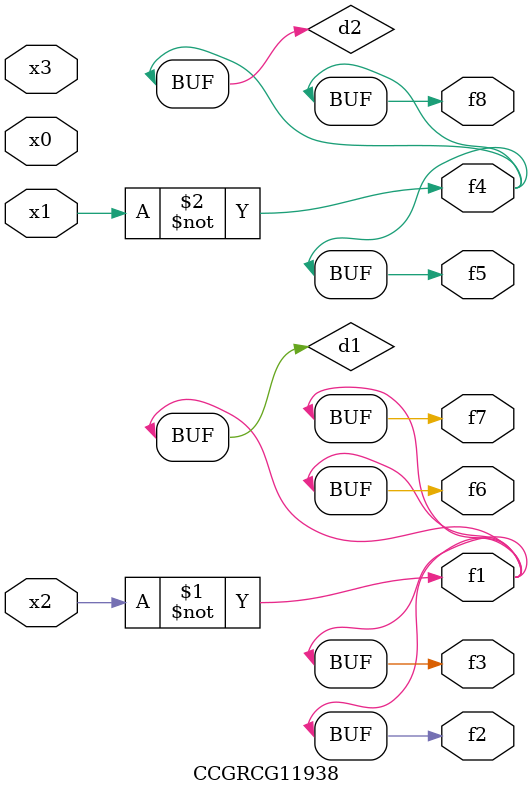
<source format=v>
module CCGRCG11938(
	input x0, x1, x2, x3,
	output f1, f2, f3, f4, f5, f6, f7, f8
);

	wire d1, d2;

	xnor (d1, x2);
	not (d2, x1);
	assign f1 = d1;
	assign f2 = d1;
	assign f3 = d1;
	assign f4 = d2;
	assign f5 = d2;
	assign f6 = d1;
	assign f7 = d1;
	assign f8 = d2;
endmodule

</source>
